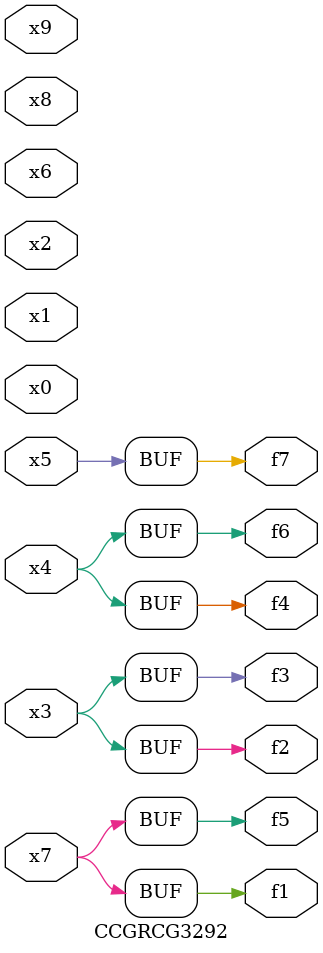
<source format=v>
module CCGRCG3292(
	input x0, x1, x2, x3, x4, x5, x6, x7, x8, x9,
	output f1, f2, f3, f4, f5, f6, f7
);
	assign f1 = x7;
	assign f2 = x3;
	assign f3 = x3;
	assign f4 = x4;
	assign f5 = x7;
	assign f6 = x4;
	assign f7 = x5;
endmodule

</source>
